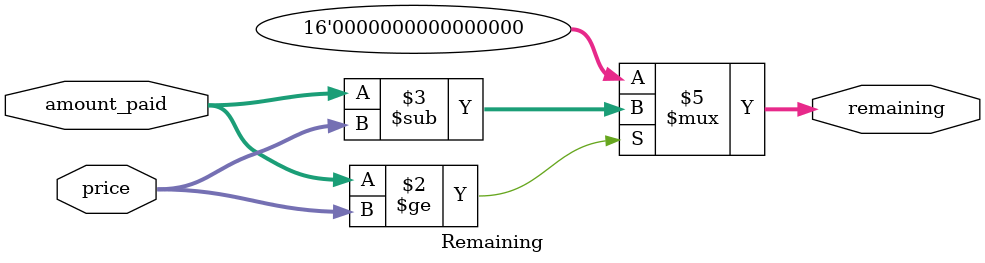
<source format=v>
module Remaining (
    input [15:0] price,
    input [15:0] amount_paid,
    output reg [15:0] remaining
);

    always @(*) begin
        if (amount_paid >= price)
            remaining = amount_paid - price;
        else
            remaining = 16'b0; 
    end
endmodule

</source>
